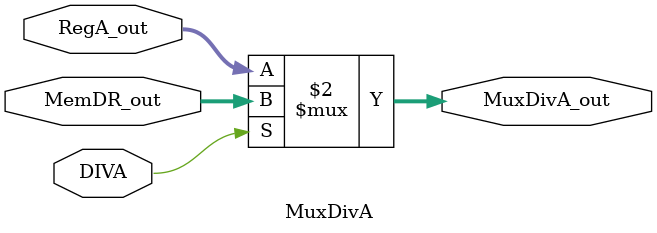
<source format=v>
module MuxDivA (
  input wire DIVA,
  input wire [31:0] MemDR_out,
  input wire [31:0] RegA_out,
  output reg [31:0] MuxDivA_out
);

  always @(*) begin
    MuxDivA_out = (DIVA ? MemDR_out : RegA_out);
  end
endmodule

// 0 => RegA_out
// 1 => MemDR_out
</source>
